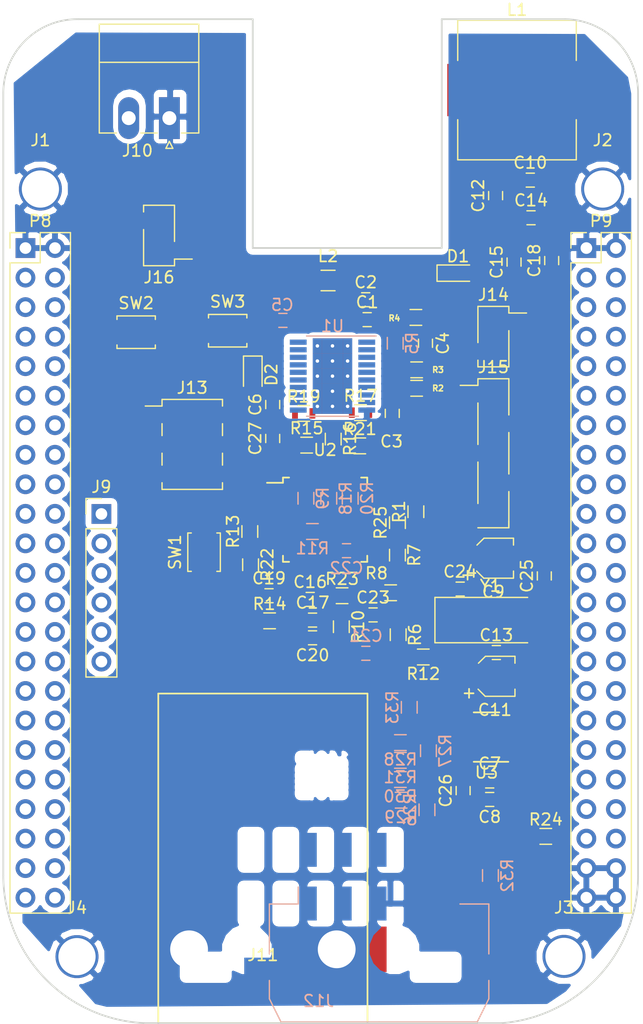
<source format=kicad_pcb>
(kicad_pcb (version 4) (host pcbnew 4.0.7)
  (layers (0 F.Cu signal) (31 B.Cu signal hide) (34 B.Paste user) (35 F.Paste user) (36 B.SilkS user) (37 F.SilkS user) (38 B.Mask user) (39 F.Mask user) (44 Edge.Cuts user))
  (net 0 "")
  (net 1 3V3D)
  (net 2 VDD_3V3)
  (net 3 DGND)
  (net 4 RX+)
  (net 5 RX-)
  (net 6 "Net-(C16-Pad1)")
  (net 7 "Net-(C17-Pad1)")
  (net 8 "Net-(D1-Pad1)")
  (net 9 VDD_5V)
  (net 10 I2C1_SCL/UART1_TXD)
  (net 11 I2C1_SDA/UART1_RXD)
  (net 12 EHRPWM2B)
  (net 13 EHRPWM2A)
  (net 14 SYS_5V)
  (net 15 PWR_BUT)
  (net 16 SYS_RESETn)
  (net 17 SPI1_CS0)
  (net 18 SPI1_D0)
  (net 19 SPI1_DI)
  (net 20 SPI1_SCLK)
  (net 21 W5500_INT)
  (net 22 TX+)
  (net 23 TX-)
  (net 24 ACT_LED)
  (net 25 LINK_LED)
  (net 26 "Net-(R14-Pad2)")
  (net 27 "Net-(R15-Pad2)")
  (net 28 "Net-(R16-Pad2)")
  (net 29 "Net-(R17-Pad2)")
  (net 30 W5500_RST)
  (net 31 "Net-(C1-Pad1)")
  (net 32 "Net-(C2-Pad1)")
  (net 33 "Net-(C3-Pad1)")
  (net 34 "Net-(C4-Pad1)")
  (net 35 "Net-(C4-Pad2)")
  (net 36 "Net-(C5-Pad1)")
  (net 37 "Net-(C5-Pad2)")
  (net 38 "Net-(C6-Pad1)")
  (net 39 "Net-(C7-Pad2)")
  (net 40 "Net-(C11-Pad2)")
  (net 41 "Net-(C20-Pad1)")
  (net 42 "Net-(C21-Pad1)")
  (net 43 "Net-(C22-Pad1)")
  (net 44 "Net-(C23-Pad1)")
  (net 45 "Net-(C24-Pad1)")
  (net 46 "Net-(C25-Pad1)")
  (net 47 "Net-(D2-Pad2)")
  (net 48 "Net-(J11-PadYK)")
  (net 49 "Net-(J11-PadGK)")
  (net 50 RS485_TX-)
  (net 51 RS485_TX+)
  (net 52 RS485_RX+)
  (net 53 RS485_RX-)
  (net 54 "Net-(R2-Pad2)")
  (net 55 "Net-(R3-Pad1)")
  (net 56 "Net-(R13-Pad1)")
  (net 57 "Net-(R18-Pad2)")
  (net 58 "Net-(R19-Pad2)")
  (net 59 "Net-(R20-Pad2)")
  (net 60 "Net-(R21-Pad2)")
  (net 61 "Net-(R23-Pad2)")
  (net 62 RS485_BBB_RE)
  (net 63 RS485_BBB_DE)
  (net 64 "Net-(R28-Pad1)")
  (net 65 "Net-(R29-Pad1)")
  (net 66 "Net-(R30-Pad1)")
  (net 67 "Net-(R31-Pad1)")
  (net 68 "Net-(J9-Pad2)")
  (net 69 "Net-(J9-Pad3)")
  (net 70 UART0_RXD)
  (net 71 UART0_TXD)
  (net 72 "Net-(J9-Pad6)")
  (net 73 "Net-(J11-Pad8)")
  (net 74 "Net-(J12-Pad6)")
  (net 75 "Net-(J12-Pad7)")
  (net 76 "Net-(J12-Pad8)")
  (net 77 "Net-(J12-Pad9)")
  (net 78 UART4_RXD)
  (net 79 GPIO_60)
  (net 80 UART4_TXD)
  (net 81 EHRPWM1A)
  (net 82 GPIO_48)
  (net 83 EHRPWM1B)
  (net 84 I2C1_SCL/SPI0_CS0)
  (net 85 I2C1_SDA/SPI0_DI)
  (net 86 I2C2_SCL/SPI1_CS1/UART1_RTSn)
  (net 87 I2C2_SDA/SPI1_CS0/UART1_CTSn)
  (net 88 I2C2_SCL/SPI0_DO/UART2_TXD)
  (net 89 I2C2_SDA/SPIO_SCLK/UART2_RXD)
  (net 90 GPIO49)
  (net 91 GPIO_117)
  (net 92 GPIO_115)
  (net 93 VDD_ADC)
  (net 94 AIN4)
  (net 95 GNDA_ADC)
  (net 96 AIN6)
  (net 97 AIN5)
  (net 98 AIN2)
  (net 99 AIN3)
  (net 100 AIN0)
  (net 101 AIN1)
  (net 102 SPI1_CS1/UART3_TXD)
  (net 103 GPIO_38)
  (net 104 GPIO_39)
  (net 105 GPIO_34)
  (net 106 GPIO_35)
  (net 107 TIMER4)
  (net 108 TIMER7)
  (net 109 TIMER5)
  (net 110 TIMER6)
  (net 111 PRU0_15OUT)
  (net 112 PRU0_14OUT)
  (net 113 GPIO_26)
  (net 114 GPIO_47)
  (net 115 GPIO_46)
  (net 116 GPIO_27)
  (net 117 GPIO_65)
  (net 118 PRU1_13)
  (net 119 PRU1_12)
  (net 120 GPIO_37)
  (net 121 GPIO_36)
  (net 122 GPIO_33)
  (net 123 GPIO_32)
  (net 124 GPIO_61)
  (net 125 PRU1_8)
  (net 126 PRU1_10)
  (net 127 PRU1_9)
  (net 128 PRU1_11)
  (net 129 UART5_CTSn+)
  (net 130 UART5_RTSn)
  (net 131 UART4_RTSn)
  (net 132 UART3_RTSn)
  (net 133 UART4_CTSn)
  (net 134 UART3_CTSn)
  (net 135 UART5_TXD+)
  (net 136 UART5_RXD+)
  (net 137 PRU1_6)
  (net 138 PRU1_7)
  (net 139 PRU1_4)
  (net 140 PRU1_5)
  (net 141 PRU1_2)
  (net 142 PRU1_3)
  (net 143 "Net-(U1-Pad2)")
  (net 144 "Net-(U1-Pad5)")
  (net 145 "Net-(U2-Pad7)")
  (net 146 "Net-(U2-Pad12)")
  (net 147 "Net-(U2-Pad13)")
  (net 148 "Net-(U2-Pad18)")
  (net 149 "Net-(U2-Pad24)")
  (net 150 "Net-(U2-Pad26)")
  (net 151 "Net-(U2-Pad46)")
  (net 152 "Net-(U2-Pad47)")
  (net 153 "Net-(U3-Pad7)")
  (net 154 "Net-(U3-Pad13)")
  (net 155 "Net-(J9-Pad1)")
  (module Connectors_Molex:Molex_MicroFit_3.0-43045-1010_10x3.00mm_Angled (layer B.Cu) (at 143 121.2991)
    (fp_text reference J12 (at -5.207 10.692) (layer B.SilkS) (effects (justify mirror)))
    (fp_text value DB9_Female)
    (pad "" smd rect (at -9.89 7.79) (size 3.43 1.65) (layers B.Cu B.Paste B.Mask))
    (pad "" smd rect (at 9.89 7.79) (size 3.43 1.65) (layers B.Cu B.Paste B.Mask))
    (pad 1 smd rect (at -6 2.31) (size 1.27 2.92) (layers B.Cu B.Paste B.Mask) (net 50 RS485_TX-))
    (pad 2 smd rect (at -3 2.31) (size 1.27 2.92) (layers B.Cu B.Paste B.Mask) (net 51 RS485_TX+))
    (pad 3 smd rect (at 0 2.31) (size 1.27 2.92) (layers B.Cu B.Paste B.Mask) (net 52 RS485_RX+))
    (pad 4 smd rect (at 3 2.31) (size 1.27 2.92) (layers B.Cu B.Paste B.Mask) (net 53 RS485_RX-))
    (pad 5 smd rect (at 6 2.31) (size 1.27 2.92) (layers B.Cu B.Paste B.Mask) (net 3 DGND))
    (pad 10 smd rect (at -6 -2.31) (size 1.27 2.92) (layers B.Cu B.Paste B.Mask))
    (pad 9 smd rect (at -3 -2.31) (size 1.27 2.92) (layers B.Cu B.Paste B.Mask) (net 77 "Net-(J12-Pad9)"))
    (pad 8 smd rect (at 0 -2.31) (size 1.27 2.92) (layers B.Cu B.Paste B.Mask) (net 76 "Net-(J12-Pad8)"))
    (pad 7 smd rect (at 3 -2.31) (size 1.27 2.92) (layers B.Cu B.Paste B.Mask) (net 75 "Net-(J12-Pad7)"))
    (pad 6 smd rect (at 6 -2.31) (size 1.27 2.92) (layers B.Cu B.Paste B.Mask) (net 74 "Net-(J12-Pad6)"))
  )
  (module RJ45:RJ45_Surface_Mount (layer F.Cu) (at 133 127.5461)
    (fp_text reference J11 (at 0 0.5) (layer F.SilkS))
    (fp_text value RJ45-TRANSFO)
    (pad GND smd rect (at -9.398 0) (size 2.49 3.91) (layers F.Cu F.Paste F.Mask))
    (pad GND smd rect (at 9.398 0) (size 2.49 3.91) (layers F.Cu F.Paste F.Mask))
    (pad 12 smd rect (at -6.58 -21.825) (size 0.81 4.6) (layers F.Cu F.Paste F.Mask))
    (pad 11 smd rect (at -4.75 -21.825) (size 0.81 4.6) (layers F.Cu F.Paste F.Mask))
    (pad 10 smd rect (at -3.555 -21.825) (size 0.61 4.6) (layers F.Cu F.Paste F.Mask))
    (pad 9 smd rect (at -2.55 -21.825) (size 0.61 4.6) (layers F.Cu F.Paste F.Mask))
    (pad 8 smd rect (at -1.53 -21.825) (size 0.61 4.6) (layers F.Cu F.Paste F.Mask) (net 73 "Net-(J11-Pad8)"))
    (pad 7 smd rect (at -0.51 -21.825) (size 0.61 4.6) (layers F.Cu F.Paste F.Mask))
    (pad 6 smd rect (at 0.51 -21.825) (size 0.61 4.6) (layers F.Cu F.Paste F.Mask) (net 7 "Net-(C17-Pad1)"))
    (pad 5 smd rect (at 1.53 -21.825) (size 0.61 4.6) (layers F.Cu F.Paste F.Mask) (net 41 "Net-(C20-Pad1)"))
    (pad 4 smd rect (at 2.55 -21.825) (size 0.61 4.6) (layers F.Cu F.Paste F.Mask) (net 6 "Net-(C16-Pad1)"))
    (pad 3 smd rect (at 3.555 -21.825) (size 0.61 4.6) (layers F.Cu F.Paste F.Mask) (net 23 TX-))
    (pad 2 smd rect (at 4.75 -21.825) (size 0.81 4.6) (layers F.Cu F.Paste F.Mask) (net 42 "Net-(C21-Pad1)"))
    (pad 1 smd rect (at 6.58 -21.825) (size 0.81 4.6) (layers F.Cu F.Paste F.Mask) (net 22 TX+))
    (pad "" np_thru_hole circle (at -6.35 0) (size 3.25 3.25) (drill 3.25) (layers *.Cu *.Mask))
    (pad "" np_thru_hole circle (at 6.35 0) (size 3.25 3.25) (drill 3.25) (layers *.Cu *.Mask))
  )
  (module Capacitors_SMD:C_0603 (layer F.Cu) (at 141.9733 73.3806)
    (fp_text reference C1 (at 0 -1.5) (layer F.SilkS))
    (fp_text value 1.00uF)
    (pad 2 smd rect (at 0.75 0) (size 0.8 0.75) (layers F.Cu F.Paste F.Mask) (net 3 DGND))
    (pad 1 smd rect (at -0.75 0) (size 0.8 0.75) (layers F.Cu F.Paste F.Mask) (net 31 "Net-(C1-Pad1)"))
  )
  (module Capacitors_SMD:C_0603 (layer F.Cu) (at 141.8463 71.6661)
    (fp_text reference C2 (at 0 -1.5) (layer F.SilkS))
    (fp_text value 0.1uF)
    (pad 2 smd rect (at 0.75 0) (size 0.8 0.75) (layers F.Cu F.Paste F.Mask) (net 3 DGND))
    (pad 1 smd rect (at -0.75 0) (size 0.8 0.75) (layers F.Cu F.Paste F.Mask) (net 32 "Net-(C2-Pad1)"))
  )
  (module Capacitors_SMD:C_0603 (layer F.Cu) (at 144.1323 81.4451 270)
    (fp_text reference C3 (at 2.413 0.0635 360) (layer F.SilkS))
    (fp_text value 270pF)
    (pad 2 smd rect (at 0.75 0 270) (size 0.8 0.75) (layers F.Cu F.Paste F.Mask) (net 3 DGND))
    (pad 1 smd rect (at -0.75 0 270) (size 0.8 0.75) (layers F.Cu F.Paste F.Mask) (net 33 "Net-(C3-Pad1)"))
  )
  (module Capacitors_SMD:C_0603 (layer F.Cu) (at 146.9898 75.4126 270)
    (fp_text reference C4 (at 0 -1.5 270) (layer F.SilkS))
    (fp_text value 1.80nF)
    (pad 2 smd rect (at 0.75 0 270) (size 0.8 0.75) (layers F.Cu F.Paste F.Mask) (net 35 "Net-(C4-Pad2)"))
    (pad 1 smd rect (at -0.75 0 270) (size 0.8 0.75) (layers F.Cu F.Paste F.Mask) (net 34 "Net-(C4-Pad1)"))
  )
  (module Capacitors_SMD:C_0603 (layer B.Cu) (at 134.7223 73.4441)
    (fp_text reference C5 (at -0.0515 -1.3335) (layer B.SilkS) (effects (justify mirror)))
    (fp_text value 22nF)
    (pad 2 smd rect (at 0.75 0) (size 0.8 0.75) (layers B.Cu B.Paste B.Mask) (net 37 "Net-(C5-Pad2)"))
    (pad 1 smd rect (at -0.75 0) (size 0.8 0.75) (layers B.Cu B.Paste B.Mask) (net 36 "Net-(C5-Pad1)"))
  )
  (module Capacitors_SMD:C_0603 (layer F.Cu) (at 133.8453 80.6831 90)
    (fp_text reference C6 (at 0 -1.5 90) (layer F.SilkS))
    (fp_text value 8.2nF)
    (pad 2 smd rect (at 0.75 0 90) (size 0.8 0.75) (layers F.Cu F.Paste F.Mask) (net 3 DGND))
    (pad 1 smd rect (at -0.75 0 90) (size 0.8 0.75) (layers F.Cu F.Paste F.Mask) (net 38 "Net-(C6-Pad1)"))
  )
  (module Capacitors_SMD:C_0603 (layer F.Cu) (at 152.5143 113.0681)
    (fp_text reference C7 (at 0 -1.5) (layer F.SilkS))
    (fp_text value 47uF)
    (pad 2 smd rect (at 0.75 0) (size 0.8 0.75) (layers F.Cu F.Paste F.Mask) (net 39 "Net-(C7-Pad2)"))
    (pad 1 smd rect (at -0.75 0) (size 0.8 0.75) (layers F.Cu F.Paste F.Mask) (net 9 VDD_5V))
  )
  (module Capacitors_SMD:C_0603 (layer F.Cu) (at 152.5143 114.6556 180)
    (fp_text reference C8 (at 0 -1.5 180) (layer F.SilkS))
    (fp_text value 47uF)
    (pad 2 smd rect (at 0.75 0 180) (size 0.8 0.75) (layers F.Cu F.Paste F.Mask) (net 3 DGND))
    (pad 1 smd rect (at -0.75 0 180) (size 0.8 0.75) (layers F.Cu F.Paste F.Mask) (net 39 "Net-(C7-Pad2)"))
  )
  (module Capacitors_SMD:CP_Elec_3x5.3 (layer F.Cu) (at 152.8318 93.8911)
    (fp_text reference C9 (at 0 2.9) (layer F.SilkS))
    (fp_text value 10uF)
    (fp_text user + (at -2.22 1.4) (layer F.SilkS))
    (pad 2 smd rect (at 1.5 0) (size 2.2 1.6) (layers F.Cu F.Paste F.Mask) (net 3 DGND))
    (pad 1 smd rect (at -1.5 0) (size 2.2 1.6) (layers F.Cu F.Paste F.Mask) (net 2 VDD_3V3))
  )
  (module Capacitors_SMD:C_0603 (layer F.Cu) (at 156.0068 61.3791)
    (fp_text reference C10 (at 0 -1.5) (layer F.SilkS))
    (fp_text value 0.1uF)
    (pad 2 smd rect (at 0.75 0) (size 0.8 0.75) (layers F.Cu F.Paste F.Mask) (net 3 DGND))
    (pad 1 smd rect (at -0.75 0) (size 0.8 0.75) (layers F.Cu F.Paste F.Mask) (net 2 VDD_3V3))
  )
  (module Capacitors_SMD:CP_Elec_3x5.3 (layer F.Cu) (at 152.9588 104.0511)
    (fp_text reference C11 (at 0 2.9) (layer F.SilkS))
    (fp_text value 10uF)
    (fp_text user + (at -2.22 1.4) (layer F.SilkS))
    (pad 2 smd rect (at 1.5 0) (size 2.2 1.6) (layers F.Cu F.Paste F.Mask) (net 40 "Net-(C11-Pad2)"))
    (pad 1 smd rect (at -1.5 0) (size 2.2 1.6) (layers F.Cu F.Paste F.Mask) (net 1 3V3D))
  )
  (module Capacitors_SMD:C_0603 (layer F.Cu) (at 153.0223 62.7126 90)
    (fp_text reference C12 (at 0 -1.5 90) (layer F.SilkS))
    (fp_text value 0.1uF)
    (pad 2 smd rect (at 0.75 0 90) (size 0.8 0.75) (layers F.Cu F.Paste F.Mask) (net 3 DGND))
    (pad 1 smd rect (at -0.75 0 90) (size 0.8 0.75) (layers F.Cu F.Paste F.Mask) (net 2 VDD_3V3))
  )
  (module Capacitors_SMD:C_0603 (layer F.Cu) (at 153.0858 102.0191)
    (fp_text reference C13 (at 0 -1.5) (layer F.SilkS))
    (fp_text value 0.1uF)
    (pad 2 smd rect (at 0.75 0) (size 0.8 0.75) (layers F.Cu F.Paste F.Mask) (net 40 "Net-(C11-Pad2)"))
    (pad 1 smd rect (at -0.75 0) (size 0.8 0.75) (layers F.Cu F.Paste F.Mask) (net 1 3V3D))
  )
  (module Capacitors_SMD:C_0603 (layer F.Cu) (at 156.0703 64.6176)
    (fp_text reference C14 (at 0 -1.5) (layer F.SilkS))
    (fp_text value 0.1uF)
    (pad 2 smd rect (at 0.75 0) (size 0.8 0.75) (layers F.Cu F.Paste F.Mask) (net 3 DGND))
    (pad 1 smd rect (at -0.75 0) (size 0.8 0.75) (layers F.Cu F.Paste F.Mask) (net 2 VDD_3V3))
  )
  (module Capacitors_SMD:C_0603 (layer F.Cu) (at 154.6098 68.4276 90)
    (fp_text reference C15 (at 0 -1.5 90) (layer F.SilkS))
    (fp_text value 0.1uF)
    (pad 2 smd rect (at 0.75 0 90) (size 0.8 0.75) (layers F.Cu F.Paste F.Mask) (net 3 DGND))
    (pad 1 smd rect (at -0.75 0 90) (size 0.8 0.75) (layers F.Cu F.Paste F.Mask) (net 2 VDD_3V3))
  )
  (module Capacitors_SMD:C_0603 (layer F.Cu) (at 137.0718 97.4471)
    (fp_text reference C16 (at 0 -1.5) (layer F.SilkS))
    (fp_text value 6.8nF)
    (pad 2 smd rect (at 0.75 0) (size 0.8 0.75) (layers F.Cu F.Paste F.Mask) (net 4 RX+))
    (pad 1 smd rect (at -0.75 0) (size 0.8 0.75) (layers F.Cu F.Paste F.Mask) (net 6 "Net-(C16-Pad1)"))
  )
  (module Capacitors_SMD:C_0603 (layer F.Cu) (at 137.2743 99.2251)
    (fp_text reference C17 (at 0 -1.5) (layer F.SilkS))
    (fp_text value 6.8nF)
    (pad 2 smd rect (at 0.75 0) (size 0.8 0.75) (layers F.Cu F.Paste F.Mask) (net 5 RX-))
    (pad 1 smd rect (at -0.75 0) (size 0.8 0.75) (layers F.Cu F.Paste F.Mask) (net 7 "Net-(C17-Pad1)"))
  )
  (module Capacitors_SMD:C_0603 (layer F.Cu) (at 157.8483 68.3006 90)
    (fp_text reference C18 (at 0 -1.5 90) (layer F.SilkS))
    (fp_text value 0.1uF)
    (pad 2 smd rect (at 0.75 0 90) (size 0.8 0.75) (layers F.Cu F.Paste F.Mask) (net 3 DGND))
    (pad 1 smd rect (at -0.75 0 90) (size 0.8 0.75) (layers F.Cu F.Paste F.Mask) (net 2 VDD_3V3))
  )
  (module Capacitors_SMD:C_0603 (layer F.Cu) (at 133.5278 97.1296)
    (fp_text reference C19 (at 0 -1.5) (layer F.SilkS))
    (fp_text value 0.1uF)
    (pad 2 smd rect (at 0.75 0) (size 0.8 0.75) (layers F.Cu F.Paste F.Mask) (net 3 DGND))
    (pad 1 smd rect (at -0.75 0) (size 0.8 0.75) (layers F.Cu F.Paste F.Mask) (net 2 VDD_3V3))
  )
  (module Capacitors_SMD:C_0603 (layer F.Cu) (at 137.2743 100.7491 180)
    (fp_text reference C20 (at 0 -1.5 180) (layer F.SilkS))
    (fp_text value 10nF)
    (pad 2 smd rect (at 0.75 0 180) (size 0.8 0.75) (layers F.Cu F.Paste F.Mask) (net 3 DGND))
    (pad 1 smd rect (at -0.75 0 180) (size 0.8 0.75) (layers F.Cu F.Paste F.Mask) (net 41 "Net-(C20-Pad1)"))
  )
  (module Capacitors_SMD:C_0603 (layer B.Cu) (at 141.8583 102.0826 180)
    (fp_text reference C21 (at 0 1.5 180) (layer B.SilkS) (effects (justify mirror)))
    (fp_text value 22nF)
    (pad 2 smd rect (at 0.75 0 180) (size 0.8 0.75) (layers B.Cu B.Paste B.Mask) (net 3 DGND))
    (pad 1 smd rect (at -0.75 0 180) (size 0.8 0.75) (layers B.Cu B.Paste B.Mask) (net 42 "Net-(C21-Pad1)"))
  )
  (module Capacitors_SMD:C_0603 (layer B.Cu) (at 140.1953 93.2561)
    (fp_text reference C22 (at 0 1.5) (layer B.SilkS) (effects (justify mirror)))
    (fp_text value 4.7uF)
    (pad 2 smd rect (at 0.75 0) (size 0.8 0.75) (layers B.Cu B.Paste B.Mask) (net 3 DGND))
    (pad 1 smd rect (at -0.75 0) (size 0.8 0.75) (layers B.Cu B.Paste B.Mask) (net 43 "Net-(C22-Pad1)"))
  )
  (module Capacitors_SMD:C_0603 (layer F.Cu) (at 142.4813 98.7806)
    (fp_text reference C23 (at 0 -1.5) (layer F.SilkS))
    (fp_text value 10nF)
    (pad 2 smd rect (at 0.75 0) (size 0.8 0.75) (layers F.Cu F.Paste F.Mask) (net 3 DGND))
    (pad 1 smd rect (at -0.75 0) (size 0.8 0.75) (layers F.Cu F.Paste F.Mask) (net 44 "Net-(C23-Pad1)"))
  )
  (module Capacitors_SMD:C_0603 (layer F.Cu) (at 149.9743 96.5581)
    (fp_text reference C24 (at 0 -1.5) (layer F.SilkS))
    (fp_text value 18pF)
    (pad 2 smd rect (at 0.75 0) (size 0.8 0.75) (layers F.Cu F.Paste F.Mask) (net 3 DGND))
    (pad 1 smd rect (at -0.75 0) (size 0.8 0.75) (layers F.Cu F.Paste F.Mask) (net 45 "Net-(C24-Pad1)"))
  )
  (module Capacitors_SMD:C_0603 (layer F.Cu) (at 157.2133 95.4271 90)
    (fp_text reference C25 (at 0 -1.5 90) (layer F.SilkS))
    (fp_text value 18pF)
    (pad 2 smd rect (at 0.75 0 90) (size 0.8 0.75) (layers F.Cu F.Paste F.Mask) (net 3 DGND))
    (pad 1 smd rect (at -0.75 0 90) (size 0.8 0.75) (layers F.Cu F.Paste F.Mask) (net 46 "Net-(C25-Pad1)"))
  )
  (module Capacitors_SMD:C_0603 (layer F.Cu) (at 150.2283 113.8936 90)
    (fp_text reference C26 (at 0 -1.5 90) (layer F.SilkS))
    (fp_text value 0.1uF)
    (pad 2 smd rect (at 0.75 0 90) (size 0.8 0.75) (layers F.Cu F.Paste F.Mask) (net 9 VDD_5V))
    (pad 1 smd rect (at -0.75 0 90) (size 0.8 0.75) (layers F.Cu F.Paste F.Mask) (net 3 DGND))
  )
  (module Capacitors_SMD:C_0603 (layer F.Cu) (at 133.8453 83.6041 90)
    (fp_text reference C27 (at 0 -1.5 90) (layer F.SilkS))
    (fp_text value 0.1uF)
    (pad 2 smd rect (at 0.75 0 90) (size 0.8 0.75) (layers F.Cu F.Paste F.Mask) (net 9 VDD_5V))
    (pad 1 smd rect (at -0.75 0 90) (size 0.8 0.75) (layers F.Cu F.Paste F.Mask) (net 3 DGND))
  )
  (module LEDs:LED_0805 (layer F.Cu) (at 149.7838 69.3801)
    (fp_text reference D1 (at 0 -1.45) (layer F.SilkS))
    (fp_text value LED)
    (pad 2 smd rect (at 1.1 0 180) (size 1.2 1.2) (layers F.Cu F.Paste F.Mask) (net 2 VDD_3V3))
    (pad 1 smd rect (at -1.1 0 180) (size 1.2 1.2) (layers F.Cu F.Paste F.Mask) (net 8 "Net-(D1-Pad1)"))
  )
  (module Diodes_SMD:D_0805 (layer F.Cu) (at 132.1308 78.1136 270)
    (fp_text reference D2 (at 0 -1.6 270) (layer F.SilkS))
    (fp_text value "0.455V 20.0A")
    (pad 1 smd rect (at -1.05 0 270) (size 0.8 0.9) (layers F.Cu F.Paste F.Mask) (net 36 "Net-(C5-Pad1)"))
    (pad 2 smd rect (at 1.05 0 270) (size 0.8 0.9) (layers F.Cu F.Paste F.Mask) (net 47 "Net-(D2-Pad2)"))
  )
  (module Mounting_Holes:MountingHole_3.2mm_M3_Pad (layer F.Cu) (at 113.8578 62.1461)
    (fp_text reference J1 (at 0 -4.2) (layer F.SilkS))
    (fp_text value MOUNTING_HOLE)
    (pad 1 thru_hole circle (at 0 0) (size 3.7 3.7) (drill 3.2) (layers *.Cu *.Mask) (net 3 DGND))
  )
  (module Mounting_Holes:MountingHole_3.2mm_M3_Pad (layer F.Cu) (at 162.2378 62.1461)
    (fp_text reference J2 (at 0 -4.2) (layer F.SilkS))
    (fp_text value MOUNTING_HOLE)
    (pad 1 thru_hole circle (at 0 0) (size 3.7 3.7) (drill 3.2) (layers *.Cu *.Mask) (net 3 DGND))
  )
  (module Mounting_Holes:MountingHole_3.2mm_M3_Pad (layer F.Cu) (at 158.9078 128.1561)
    (fp_text reference J3 (at 0 -4.2) (layer F.SilkS))
    (fp_text value MOUNTING_HOLE)
    (pad 1 thru_hole circle (at 0 0) (size 3.7 3.7) (drill 3.2) (layers *.Cu *.Mask) (net 3 DGND))
  )
  (module Mounting_Holes:MountingHole_3.2mm_M3_Pad (layer F.Cu) (at 117.0078 128.1761)
    (fp_text reference J4 (at 0 -4.2) (layer F.SilkS))
    (fp_text value MOUNTING_HOLE)
    (pad 1 thru_hole circle (at 0 0) (size 3.7 3.7) (drill 3.2) (layers *.Cu *.Mask) (net 3 DGND))
  )
  (module Pin_Headers:Pin_Header_Straight_1x06_Pitch2.54mm (layer F.Cu) (at 119.1078 90.0961)
    (fp_text reference J9 (at 0 -2.33) (layer F.SilkS))
    (fp_text value "01x06_Stackable Header")
    (pad 1 thru_hole rect (at 0 0) (size 1.7 1.7) (drill 1) (layers *.Cu *.Mask) (net 155 "Net-(J9-Pad1)"))
    (pad 2 thru_hole oval (at 0 2.54) (size 1.7 1.7) (drill 1) (layers *.Cu *.Mask) (net 68 "Net-(J9-Pad2)"))
    (pad 3 thru_hole oval (at 0 5.08) (size 1.7 1.7) (drill 1) (layers *.Cu *.Mask) (net 69 "Net-(J9-Pad3)"))
    (pad 4 thru_hole oval (at 0 7.62) (size 1.7 1.7) (drill 1) (layers *.Cu *.Mask) (net 70 UART0_RXD))
    (pad 5 thru_hole oval (at 0 10.16) (size 1.7 1.7) (drill 1) (layers *.Cu *.Mask) (net 71 UART0_TXD))
    (pad 6 thru_hole oval (at 0 12.7) (size 1.7 1.7) (drill 1) (layers *.Cu *.Mask) (net 72 "Net-(J9-Pad6)"))
  )
  (module Connectors_Phoenix:PhoenixContact_MC-G_02x3.50mm_Angled (layer F.Cu) (at 124.9553 56.0451 180)
    (fp_text reference J10 (at 2.75 -2.8 180) (layer F.SilkS))
    (fp_text value Conn_01x02)
    (pad 1 thru_hole rect (at 0 0 180) (size 1.8 3.6) (drill 1.2) (layers *.Cu *.Mask) (net 3 DGND))
    (pad 2 thru_hole oval (at 3.5 0 180) (size 1.8 3.6) (drill 1.2) (layers *.Cu *.Mask) (net 31 "Net-(C1-Pad1)"))
  )
  (module Inductors_SMD:L_Wuerth_HCM-1240 (layer F.Cu) (at 154.8638 53.6321)
    (fp_text reference L1 (at 0 -6.9) (layer F.SilkS))
    (fp_text value 27.0uH)
    (pad 1 smd rect (at -4.7 0) (size 2.6 4.5) (layers F.Cu F.Paste F.Mask) (net 36 "Net-(C5-Pad1)"))
    (pad 2 smd rect (at 4.7 0) (size 2.6 4.5) (layers F.Cu F.Paste F.Mask) (net 9 VDD_5V))
  )
  (module Inductors_SMD:L_0805_HandSoldering (layer F.Cu) (at 138.6078 70.0151)
    (fp_text reference L2 (at 0 -2.1) (layer F.SilkS))
    (fp_text value BLM21PG121SN1D)
    (pad 1 smd rect (at -1.35 0) (size 1.5 1.3) (layers F.Cu F.Paste F.Mask) (net 2 VDD_3V3))
    (pad 2 smd rect (at 1.35 0) (size 1.5 1.3) (layers F.Cu F.Paste F.Mask) (net 1 3V3D))
  )
  (module Resistors_SMD:R_0603 (layer F.Cu) (at 146.1643 89.9026 90)
    (fp_text reference R1 (at 0 -1.45 90) (layer F.SilkS))
    (fp_text value 330)
    (pad 1 smd rect (at -0.75 0 90) (size 0.5 0.9) (layers F.Cu F.Paste F.Mask) (net 8 "Net-(D1-Pad1)"))
    (pad 2 smd rect (at 0.75 0 90) (size 0.5 0.9) (layers F.Cu F.Paste F.Mask) (net 3 DGND))
  )
  (module Resistors_SMD:R_0603 (layer F.Cu) (at 146.2278 79.2861 180)
    (fp_text reference R2 (at -1.8415 0 360) (layer F.SilkS) (effects (font (size 0.5 0.5) (thickness 0.125))))
    (fp_text value 16.2k)
    (pad 1 smd rect (at -0.75 0 180) (size 0.5 0.9) (layers F.Cu F.Paste F.Mask) (net 3 DGND))
    (pad 2 smd rect (at 0.75 0 180) (size 0.5 0.9) (layers F.Cu F.Paste F.Mask) (net 54 "Net-(R2-Pad2)"))
  )
  (module Resistors_SMD:R_0603 (layer F.Cu) (at 146.2278 77.6986)
    (fp_text reference R3 (at 1.8415 0) (layer F.SilkS) (effects (font (size 0.5 0.5) (thickness 0.125))))
    (fp_text value 22.1k)
    (pad 1 smd rect (at -0.75 0) (size 0.5 0.9) (layers F.Cu F.Paste F.Mask) (net 55 "Net-(R3-Pad1)"))
    (pad 2 smd rect (at 0.75 0) (size 0.5 0.9) (layers F.Cu F.Paste F.Mask) (net 35 "Net-(C4-Pad2)"))
  )
  (module Resistors_SMD:R_0603 (layer F.Cu) (at 146.1643 73.1901 180)
    (fp_text reference R4 (at 1.8535 -0.0635 180) (layer F.SilkS) (effects (font (size 0.5 0.5) (thickness 0.125))))
    (fp_text value 3.09k)
    (pad 1 smd rect (at -0.75 0 180) (size 0.5 0.9) (layers F.Cu F.Paste F.Mask) (net 34 "Net-(C4-Pad1)"))
    (pad 2 smd rect (at 0.75 0 180) (size 0.5 0.9) (layers F.Cu F.Paste F.Mask) (net 9 VDD_5V))
  )
  (module Resistors_SMD:R_0603 (layer B.Cu) (at 144.3863 75.4126 90)
    (fp_text reference R5 (at 0 1.45 90) (layer B.SilkS) (effects (justify mirror)))
    (fp_text value 1.02k)
    (pad 1 smd rect (at -0.75 0 90) (size 0.5 0.9) (layers B.Cu B.Paste B.Mask) (net 3 DGND))
    (pad 2 smd rect (at 0.75 0 90) (size 0.5 0.9) (layers B.Cu B.Paste B.Mask) (net 34 "Net-(C4-Pad1)"))
  )
  (module Resistors_SMD:R_0603 (layer F.Cu) (at 144.6403 100.4831 270)
    (fp_text reference R6 (at 0 -1.45 270) (layer F.SilkS))
    (fp_text value 49.9)
    (pad 1 smd rect (at -0.75 0 270) (size 0.5 0.9) (layers F.Cu F.Paste F.Mask) (net 2 VDD_3V3))
    (pad 2 smd rect (at 0.75 0 270) (size 0.5 0.9) (layers F.Cu F.Paste F.Mask) (net 22 TX+))
  )
  (module Resistors_SMD:R_0603 (layer F.Cu) (at 144.5768 93.6371 270)
    (fp_text reference R7 (at 0 -1.45 270) (layer F.SilkS))
    (fp_text value 330)
    (pad 1 smd rect (at -0.75 0 270) (size 0.5 0.9) (layers F.Cu F.Paste F.Mask) (net 24 ACT_LED))
    (pad 2 smd rect (at 0.75 0 270) (size 0.5 0.9) (layers F.Cu F.Paste F.Mask) (net 49 "Net-(J11-PadGK)"))
  )
  (module Resistors_SMD:R_0603 (layer F.Cu) (at 143.9933 96.8756)
    (fp_text reference R8 (at -1.2192 -1.6764) (layer F.SilkS))
    (fp_text value 330)
    (pad 1 smd rect (at -0.75 0) (size 0.5 0.9) (layers F.Cu F.Paste F.Mask) (net 25 LINK_LED))
    (pad 2 smd rect (at 0.75 0) (size 0.5 0.9) (layers F.Cu F.Paste F.Mask) (net 48 "Net-(J11-PadYK)"))
  )
  (module Resistors_SMD:R_0603 (layer B.Cu) (at 136.7028 88.7476 90)
    (fp_text reference R9 (at 0 1.45 90) (layer B.SilkS) (effects (justify mirror)))
    (fp_text value 49.9)
    (pad 1 smd rect (at -0.75 0 90) (size 0.5 0.9) (layers B.Cu B.Paste B.Mask) (net 2 VDD_3V3))
    (pad 2 smd rect (at 0.75 0 90) (size 0.5 0.9) (layers B.Cu B.Paste B.Mask) (net 23 TX-))
  )
  (module Resistors_SMD:R_0603 (layer F.Cu) (at 139.7508 99.7966 270)
    (fp_text reference R10 (at 0 -1.45 270) (layer F.SilkS))
    (fp_text value 82)
    (pad 1 smd rect (at -0.75 0 270) (size 0.5 0.9) (layers F.Cu F.Paste F.Mask) (net 5 RX-))
    (pad 2 smd rect (at 0.75 0 270) (size 0.5 0.9) (layers F.Cu F.Paste F.Mask) (net 41 "Net-(C20-Pad1)"))
  )
  (module Resistors_SMD:R_0603 (layer B.Cu) (at 137.2623 91.6051)
    (fp_text reference R11 (at 0 1.45) (layer B.SilkS) (effects (justify mirror)))
    (fp_text value 82)
    (pad 1 smd rect (at -0.75 0) (size 0.5 0.9) (layers B.Cu B.Paste B.Mask) (net 4 RX+))
    (pad 2 smd rect (at 0.75 0) (size 0.5 0.9) (layers B.Cu B.Paste B.Mask) (net 41 "Net-(C20-Pad1)"))
  )
  (module Resistors_SMD:R_0603 (layer F.Cu) (at 146.7993 102.4001 180)
    (fp_text reference R12 (at 0 -1.45 180) (layer F.SilkS))
    (fp_text value 10)
    (pad 1 smd rect (at -0.75 0 180) (size 0.5 0.9) (layers F.Cu F.Paste F.Mask) (net 2 VDD_3V3))
    (pad 2 smd rect (at 0.75 0 180) (size 0.5 0.9) (layers F.Cu F.Paste F.Mask) (net 42 "Net-(C21-Pad1)"))
  )
  (module Resistors_SMD:R_0603 (layer F.Cu) (at 131.8768 91.6051 90)
    (fp_text reference R13 (at 0 -1.45 90) (layer F.SilkS))
    (fp_text value 12.4k)
    (pad 1 smd rect (at -0.75 0 90) (size 0.5 0.9) (layers F.Cu F.Paste F.Mask) (net 56 "Net-(R13-Pad1)"))
    (pad 2 smd rect (at 0.75 0 90) (size 0.5 0.9) (layers F.Cu F.Paste F.Mask) (net 3 DGND))
  )
  (module Resistors_SMD:R_0603 (layer F.Cu) (at 133.5793 99.2886)
    (fp_text reference R14 (at 0 -1.45) (layer F.SilkS))
    (fp_text value 10k)
    (pad 1 smd rect (at -0.75 0) (size 0.5 0.9) (layers F.Cu F.Paste F.Mask) (net 2 VDD_3V3))
    (pad 2 smd rect (at 0.75 0) (size 0.5 0.9) (layers F.Cu F.Paste F.Mask) (net 26 "Net-(R14-Pad2)"))
  )
  (module Resistors_SMD:R_0603 (layer F.Cu) (at 136.7663 84.1756)
    (fp_text reference R15 (at 0 -1.45) (layer F.SilkS))
    (fp_text value 10k)
    (pad 1 smd rect (at -0.75 0) (size 0.5 0.9) (layers F.Cu F.Paste F.Mask) (net 2 VDD_3V3))
    (pad 2 smd rect (at 0.75 0) (size 0.5 0.9) (layers F.Cu F.Paste F.Mask) (net 27 "Net-(R15-Pad2)"))
  )
  (module Resistors_SMD:R_0603 (layer F.Cu) (at 139.0523 83.6556 270)
    (fp_text reference R16 (at 0 -1.45 270) (layer F.SilkS))
    (fp_text value 10k)
    (pad 1 smd rect (at -0.75 0 270) (size 0.5 0.9) (layers F.Cu F.Paste F.Mask) (net 2 VDD_3V3))
    (pad 2 smd rect (at 0.75 0 270) (size 0.5 0.9) (layers F.Cu F.Paste F.Mask) (net 28 "Net-(R16-Pad2)"))
  )
  (module Resistors_SMD:R_0603 (layer F.Cu) (at 141.4018 81.3816)
    (fp_text reference R17 (at 0 -1.45) (layer F.SilkS))
    (fp_text value 10k)
    (pad 1 smd rect (at -0.75 0) (size 0.5 0.9) (layers F.Cu F.Paste F.Mask) (net 3 DGND))
    (pad 2 smd rect (at 0.75 0) (size 0.5 0.9) (layers F.Cu F.Paste F.Mask) (net 29 "Net-(R17-Pad2)"))
  )
  (module Resistors_SMD:R_0603 (layer B.Cu) (at 138.6713 88.7476 90)
    (fp_text reference R18 (at 0 1.45 90) (layer B.SilkS) (effects (justify mirror)))
    (fp_text value 10k)
    (pad 1 smd rect (at -0.75 0 90) (size 0.5 0.9) (layers B.Cu B.Paste B.Mask) (net 3 DGND))
    (pad 2 smd rect (at 0.75 0 90) (size 0.5 0.9) (layers B.Cu B.Paste B.Mask) (net 57 "Net-(R18-Pad2)"))
  )
  (module Resistors_SMD:R_0603 (layer F.Cu) (at 136.5123 81.4451)
    (fp_text reference R19 (at 0 -1.45) (layer F.SilkS))
    (fp_text value 10k)
    (pad 1 smd rect (at -0.75 0) (size 0.5 0.9) (layers F.Cu F.Paste F.Mask) (net 3 DGND))
    (pad 2 smd rect (at 0.75 0) (size 0.5 0.9) (layers F.Cu F.Paste F.Mask) (net 58 "Net-(R19-Pad2)"))
  )
  (module Resistors_SMD:R_0603 (layer B.Cu) (at 140.5128 88.7476 90)
    (fp_text reference R20 (at 0 1.45 90) (layer B.SilkS) (effects (justify mirror)))
    (fp_text value 10k)
    (pad 1 smd rect (at -0.75 0 90) (size 0.5 0.9) (layers B.Cu B.Paste B.Mask) (net 3 DGND))
    (pad 2 smd rect (at 0.75 0 90) (size 0.5 0.9) (layers B.Cu B.Paste B.Mask) (net 59 "Net-(R20-Pad2)"))
  )
  (module Resistors_SMD:R_0603 (layer F.Cu) (at 141.3383 84.2391)
    (fp_text reference R21 (at 0 -1.45) (layer F.SilkS))
    (fp_text value 10k)
    (pad 1 smd rect (at -0.75 0) (size 0.5 0.9) (layers F.Cu F.Paste F.Mask) (net 3 DGND))
    (pad 2 smd rect (at 0.75 0) (size 0.5 0.9) (layers F.Cu F.Paste F.Mask) (net 60 "Net-(R21-Pad2)"))
  )
  (module Resistors_SMD:R_0603 (layer F.Cu) (at 131.9403 94.4626 270)
    (fp_text reference R22 (at 0 -1.45 270) (layer F.SilkS))
    (fp_text value 10k)
    (pad 1 smd rect (at -0.75 0 270) (size 0.5 0.9) (layers F.Cu F.Paste F.Mask) (net 2 VDD_3V3))
    (pad 2 smd rect (at 0.75 0 270) (size 0.5 0.9) (layers F.Cu F.Paste F.Mask) (net 30 W5500_RST))
  )
  (module Resistors_SMD:R_0603 (layer F.Cu) (at 139.8143 97.1296)
    (fp_text reference R23 (at 0 -1.45) (layer F.SilkS))
    (fp_text value 10k)
    (pad 1 smd rect (at -0.75 0) (size 0.5 0.9) (layers F.Cu F.Paste F.Mask) (net 3 DGND))
    (pad 2 smd rect (at 0.75 0) (size 0.5 0.9) (layers F.Cu F.Paste F.Mask) (net 61 "Net-(R23-Pad2)"))
  )
  (module Resistors_SMD:R_0603 (layer F.Cu) (at 157.3403 117.8306)
    (fp_text reference R24 (at 0 -1.45) (layer F.SilkS))
    (fp_text value 10k)
    (pad 1 smd rect (at -0.75 0) (size 0.5 0.9) (layers F.Cu F.Paste F.Mask) (net 1 3V3D))
    (pad 2 smd rect (at 0.75 0) (size 0.5 0.9) (layers F.Cu F.Paste F.Mask) (net 21 W5500_INT))
  )
  (module Resistors_SMD:R_0603 (layer F.Cu) (at 144.5768 90.8431 90)
    (fp_text reference R25 (at 0 -1.45 90) (layer F.SilkS))
    (fp_text value 10M)
    (pad 1 smd rect (at -0.75 0 90) (size 0.5 0.9) (layers F.Cu F.Paste F.Mask) (net 45 "Net-(C24-Pad1)"))
    (pad 2 smd rect (at 0.75 0 90) (size 0.5 0.9) (layers F.Cu F.Paste F.Mask) (net 46 "Net-(C25-Pad1)"))
  )
  (module Resistors_SMD:R_0603 (layer B.Cu) (at 147.1168 115.5446 270)
    (fp_text reference R26 (at 0 1.45 270) (layer B.SilkS) (effects (justify mirror)))
    (fp_text value 20k)
    (pad 1 smd rect (at -0.75 0 270) (size 0.5 0.9) (layers B.Cu B.Paste B.Mask) (net 3 DGND))
    (pad 2 smd rect (at 0.75 0 270) (size 0.5 0.9) (layers B.Cu B.Paste B.Mask) (net 62 RS485_BBB_RE))
  )
  (module Resistors_SMD:R_0603 (layer B.Cu) (at 147.2438 110.4646 90)
    (fp_text reference R27 (at 0 1.45 90) (layer B.SilkS) (effects (justify mirror)))
    (fp_text value 20k)
    (pad 1 smd rect (at -0.75 0 90) (size 0.5 0.9) (layers B.Cu B.Paste B.Mask) (net 63 RS485_BBB_DE))
    (pad 2 smd rect (at 0.75 0 90) (size 0.5 0.9) (layers B.Cu B.Paste B.Mask) (net 9 VDD_5V))
  )
  (module Resistors_SMD:R_0603 (layer B.Cu) (at 144.8308 109.7661)
    (fp_text reference R28 (at 0 1.45) (layer B.SilkS) (effects (justify mirror)))
    (fp_text value 0)
    (pad 1 smd rect (at -0.75 0) (size 0.5 0.9) (layers B.Cu B.Paste B.Mask) (net 64 "Net-(R28-Pad1)"))
    (pad 2 smd rect (at 0.75 0) (size 0.5 0.9) (layers B.Cu B.Paste B.Mask) (net 11 I2C1_SDA/UART1_RXD))
  )
  (module Resistors_SMD:R_0603 (layer B.Cu) (at 144.8943 114.7191)
    (fp_text reference R29 (at 0 1.45) (layer B.SilkS) (effects (justify mirror)))
    (fp_text value 0)
    (pad 1 smd rect (at -0.75 0) (size 0.5 0.9) (layers B.Cu B.Paste B.Mask) (net 65 "Net-(R29-Pad1)"))
    (pad 2 smd rect (at 0.75 0) (size 0.5 0.9) (layers B.Cu B.Paste B.Mask) (net 62 RS485_BBB_RE))
  )
  (module Resistors_SMD:R_0603 (layer B.Cu) (at 144.8308 112.9411)
    (fp_text reference R30 (at 0 1.45) (layer B.SilkS) (effects (justify mirror)))
    (fp_text value 0)
    (pad 1 smd rect (at -0.75 0) (size 0.5 0.9) (layers B.Cu B.Paste B.Mask) (net 66 "Net-(R30-Pad1)"))
    (pad 2 smd rect (at 0.75 0) (size 0.5 0.9) (layers B.Cu B.Paste B.Mask) (net 10 I2C1_SCL/UART1_TXD))
  )
  (module Resistors_SMD:R_0603 (layer B.Cu) (at 144.8308 111.2901)
    (fp_text reference R31 (at 0 1.45) (layer B.SilkS) (effects (justify mirror)))
    (fp_text value 0)
    (pad 1 smd rect (at -0.75 0) (size 0.5 0.9) (layers B.Cu B.Paste B.Mask) (net 67 "Net-(R31-Pad1)"))
    (pad 2 smd rect (at 0.75 0) (size 0.5 0.9) (layers B.Cu B.Paste B.Mask) (net 63 RS485_BBB_DE))
  )
  (module Resistors_SMD:R_0603 (layer B.Cu) (at 152.5778 121.1961 90)
    (fp_text reference R32 (at 0 1.45 90) (layer B.SilkS) (effects (justify mirror)))
    (fp_text value 120)
    (pad 1 smd rect (at -0.75 0 90) (size 0.5 0.9) (layers B.Cu B.Paste B.Mask) (net 53 RS485_RX-))
    (pad 2 smd rect (at 0.75 0 90) (size 0.5 0.9) (layers B.Cu B.Paste B.Mask) (net 52 RS485_RX+))
  )
  (module Resistors_SMD:R_0603 (layer B.Cu) (at 145.5928 106.7301 270)
    (fp_text reference R33 (at 0 1.45 270) (layer B.SilkS) (effects (justify mirror)))
    (fp_text value 120)
    (pad 1 smd rect (at -0.75 0 270) (size 0.5 0.9) (layers B.Cu B.Paste B.Mask) (net 50 RS485_TX-))
    (pad 2 smd rect (at 0.75 0 270) (size 0.5 0.9) (layers B.Cu B.Paste B.Mask) (net 51 RS485_TX+))
  )
  (module Buttons_Switches_SMD:SW_SPST_B3U-1000P (layer F.Cu) (at 127.9398 93.3831 90)
    (fp_text reference SW1 (at 0 -2.5 90) (layer F.SilkS))
    (fp_text value W5500_RST)
    (pad 1 smd rect (at -1.7 0 90) (size 0.9 1.7) (layers F.Cu F.Paste F.Mask) (net 30 W5500_RST))
    (pad 2 smd rect (at 1.7 0 90) (size 0.9 1.7) (layers F.Cu F.Paste F.Mask) (net 3 DGND))
  )
  (module Buttons_Switches_SMD:SW_SPST_B3U-1000P (layer F.Cu) (at 122.0978 74.4601)
    (fp_text reference SW2 (at 0 -2.5) (layer F.SilkS))
    (fp_text value SYS_RST)
    (pad 1 smd rect (at -1.7 0) (size 0.9 1.7) (layers F.Cu F.Paste F.Mask) (net 16 SYS_RESETn))
    (pad 2 smd rect (at 1.7 0) (size 0.9 1.7) (layers F.Cu F.Paste F.Mask) (net 3 DGND))
  )
  (module Buttons_Switches_SMD:SW_SPST_B3U-1000P (layer F.Cu) (at 129.9718 74.3331)
    (fp_text reference SW3 (at 0 -2.5) (layer F.SilkS))
    (fp_text value Power)
    (pad 1 smd rect (at -1.7 0) (size 0.9 1.7) (layers F.Cu F.Paste F.Mask) (net 15 PWR_BUT))
    (pad 2 smd rect (at 1.7 0) (size 0.9 1.7) (layers F.Cu F.Paste F.Mask) (net 3 DGND))
  )
  (module Housings_SSOP:HTSSOP-20-1EP_4.4x6.5mm_Pitch0.65mm_ThermalPad (layer B.Cu) (at 138.9888 78.2401 180)
    (fp_text reference U1 (at 0 4.3 180) (layer B.SilkS) (effects (justify mirror)))
    (fp_text value LM25576MH)
    (pad 21 thru_hole rect (at 1.3 2.6 180) (size 0.8 1.3) (drill 0.3) (layers *.Cu *.Mask))
    (pad 21 thru_hole rect (at 0 -2.6 180) (size 1.8 1.3) (drill 0.3) (layers *.Cu *.Mask))
    (pad 21 thru_hole rect (at 0 -1.3 180) (size 1.8 1.3) (drill 0.3) (layers *.Cu *.Mask))
    (pad 21 thru_hole rect (at 0 2.6 180) (size 1.8 1.3) (drill 0.3) (layers *.Cu *.Mask))
    (pad 21 thru_hole rect (at 0 1.3 180) (size 1.8 1.3) (drill 0.3) (layers *.Cu *.Mask))
    (pad 1 smd rect (at -2.95 2.92 180) (size 1.45 0.45) (layers B.Cu B.Paste B.Mask) (net 32 "Net-(C2-Pad1)"))
    (pad 2 smd rect (at -2.95 2.27 180) (size 1.45 0.45) (layers B.Cu B.Paste B.Mask) (net 143 "Net-(U1-Pad2)"))
    (pad 3 smd rect (at -2.95 1.62 180) (size 1.45 0.45) (layers B.Cu B.Paste B.Mask) (net 31 "Net-(C1-Pad1)"))
    (pad 4 smd rect (at -2.95 0.97 180) (size 1.45 0.45) (layers B.Cu B.Paste B.Mask) (net 31 "Net-(C1-Pad1)"))
    (pad 5 smd rect (at -2.95 0.33 180) (size 1.45 0.45) (layers B.Cu B.Paste B.Mask) (net 144 "Net-(U1-Pad5)"))
    (pad 6 smd rect (at -2.95 -0.33 180) (size 1.45 0.45) (layers B.Cu B.Paste B.Mask) (net 55 "Net-(R3-Pad1)"))
    (pad 7 smd rect (at -2.95 -0.97 180) (size 1.45 0.45) (layers B.Cu B.Paste B.Mask) (net 34 "Net-(C4-Pad1)"))
    (pad 8 smd rect (at -2.95 -1.62 180) (size 1.45 0.45) (layers B.Cu B.Paste B.Mask) (net 54 "Net-(R2-Pad2)"))
    (pad 9 smd rect (at -2.95 -2.27 180) (size 1.45 0.45) (layers B.Cu B.Paste B.Mask) (net 33 "Net-(C3-Pad1)"))
    (pad 10 smd rect (at -2.95 -2.92 180) (size 1.45 0.45) (layers B.Cu B.Paste B.Mask) (net 3 DGND))
    (pad 11 smd rect (at 2.95 -2.92 180) (size 1.45 0.45) (layers B.Cu B.Paste B.Mask) (net 38 "Net-(C6-Pad1)"))
    (pad 12 smd rect (at 2.95 -2.27 180) (size 1.45 0.45) (layers B.Cu B.Paste B.Mask) (net 9 VDD_5V))
    (pad 13 smd rect (at 2.95 -1.62 180) (size 1.45 0.45) (layers B.Cu B.Paste B.Mask) (net 3 DGND))
    (pad 14 smd rect (at 2.95 -0.97 180) (size 1.45 0.45) (layers B.Cu B.Paste B.Mask) (net 3 DGND))
    (pad 15 smd rect (at 2.95 -0.33 180) (size 1.45 0.45) (layers B.Cu B.Paste B.Mask) (net 47 "Net-(D2-Pad2)"))
    (pad 16 smd rect (at 2.95 0.33 180) (size 1.45 0.45) (layers B.Cu B.Paste B.Mask) (net 47 "Net-(D2-Pad2)"))
    (pad 17 smd rect (at 2.95 0.97 180) (size 1.45 0.45) (layers B.Cu B.Paste B.Mask) (net 36 "Net-(C5-Pad1)"))
    (pad 18 smd rect (at 2.95 1.62 180) (size 1.45 0.45) (layers B.Cu B.Paste B.Mask) (net 36 "Net-(C5-Pad1)"))
    (pad 19 smd rect (at 2.95 2.27 180) (size 1.45 0.45) (layers B.Cu B.Paste B.Mask) (net 36 "Net-(C5-Pad1)"))
    (pad 20 smd rect (at 2.95 2.92 180) (size 1.45 0.45) (layers B.Cu B.Paste B.Mask) (net 37 "Net-(C5-Pad2)"))
    (pad 21 thru_hole rect (at 0 0 180) (size 1.8 1.3) (drill 0.3) (layers *.Cu *.Mask))
    (pad 21 thru_hole rect (at -1.3 2.6 180) (size 0.8 1.3) (drill 0.3) (layers *.Cu *.Mask))
    (pad 21 thru_hole rect (at -1.3 1.3 180) (size 0.8 1.3) (drill 0.3) (layers *.Cu *.Mask))
    (pad 21 thru_hole rect (at -1.3 0 180) (size 0.8 1.3) (drill 0.3) (layers *.Cu *.Mask))
    (pad 21 thru_hole rect (at -1.3 -1.3 180) (size 0.8 1.3) (drill 0.3) (layers *.Cu *.Mask))
    (pad 21 thru_hole rect (at -1.3 -2.6 180) (size 0.8 1.3) (drill 0.3) (layers *.Cu *.Mask))
    (pad 21 thru_hole rect (at 1.3 -2.6 180) (size 0.8 1.3) (drill 0.3) (layers *.Cu *.Mask))
    (pad 21 thru_hole rect (at 1.3 -1.3 180) (size 0.8 1.3) (drill 0.3) (layers *.Cu *.Mask))
    (pad 21 thru_hole rect (at 1.3 0 180) (size 0.8 1.3) (drill 0.3) (layers *.Cu *.Mask))
    (pad 21 thru_hole rect (at 1.3 1.3 180) (size 0.8 1.3) (drill 0.3) (layers *.Cu *.Mask))
  )
  (module Housings_QFP:LQFP-48_7x7mm_Pitch0.5mm (layer F.Cu) (at 138.3538 90.5891)
    (fp_text reference U2 (at 0 -6) (layer F.SilkS))
    (fp_text value "WIZnet W5500")
    (pad 1 smd rect (at -4.35 -2.75) (size 1.3 0.25) (layers F.Cu F.Paste F.Mask) (net 23 TX-))
    (pad 2 smd rect (at -4.35 -2.25) (size 1.3 0.25) (layers F.Cu F.Paste F.Mask) (net 22 TX+))
    (pad 3 smd rect (at -4.35 -1.75) (size 1.3 0.25) (layers F.Cu F.Paste F.Mask) (net 3 DGND))
    (pad 4 smd rect (at -4.35 -1.25) (size 1.3 0.25) (layers F.Cu F.Paste F.Mask) (net 2 VDD_3V3))
    (pad 5 smd rect (at -4.35 -0.75) (size 1.3 0.25) (layers F.Cu F.Paste F.Mask) (net 5 RX-))
    (pad 6 smd rect (at -4.35 -0.25) (size 1.3 0.25) (layers F.Cu F.Paste F.Mask) (net 4 RX+))
    (pad 7 smd rect (at -4.35 0.25) (size 1.3 0.25) (layers F.Cu F.Paste F.Mask) (net 145 "Net-(U2-Pad7)"))
    (pad 8 smd rect (at -4.35 0.75) (size 1.3 0.25) (layers F.Cu F.Paste F.Mask) (net 2 VDD_3V3))
    (pad 9 smd rect (at -4.35 1.25) (size 1.3 0.25) (layers F.Cu F.Paste F.Mask) (net 3 DGND))
    (pad 10 smd rect (at -4.35 1.75) (size 1.3 0.25) (layers F.Cu F.Paste F.Mask) (net 56 "Net-(R13-Pad1)"))
    (pad 11 smd rect (at -4.35 2.25) (size 1.3 0.25) (layers F.Cu F.Paste F.Mask) (net 2 VDD_3V3))
    (pad 12 smd rect (at -4.35 2.75) (size 1.3 0.25) (layers F.Cu F.Paste F.Mask) (net 146 "Net-(U2-Pad12)"))
    (pad 13 smd rect (at -2.75 4.35 90) (size 1.3 0.25) (layers F.Cu F.Paste F.Mask) (net 147 "Net-(U2-Pad13)"))
    (pad 14 smd rect (at -2.25 4.35 90) (size 1.3 0.25) (layers F.Cu F.Paste F.Mask) (net 3 DGND))
    (pad 15 smd rect (at -1.75 4.35 90) (size 1.3 0.25) (layers F.Cu F.Paste F.Mask) (net 2 VDD_3V3))
    (pad 16 smd rect (at -1.25 4.35 90) (size 1.3 0.25) (layers F.Cu F.Paste F.Mask) (net 3 DGND))
    (pad 17 smd rect (at -0.75 4.35 90) (size 1.3 0.25) (layers F.Cu F.Paste F.Mask) (net 2 VDD_3V3))
    (pad 18 smd rect (at -0.25 4.35 90) (size 1.3 0.25) (layers F.Cu F.Paste F.Mask) (net 148 "Net-(U2-Pad18)"))
    (pad 19 smd rect (at 0.25 4.35 90) (size 1.3 0.25) (layers F.Cu F.Paste F.Mask) (net 3 DGND))
    (pad 20 smd rect (at 0.75 4.35 90) (size 1.3 0.25) (layers F.Cu F.Paste F.Mask) (net 43 "Net-(C22-Pad1)"))
    (pad 21 smd rect (at 1.25 4.35 90) (size 1.3 0.25) (layers F.Cu F.Paste F.Mask) (net 2 VDD_3V3))
    (pad 22 smd rect (at 1.75 4.35 90) (size 1.3 0.25) (layers F.Cu F.Paste F.Mask) (net 44 "Net-(C23-Pad1)"))
    (pad 23 smd rect (at 2.25 4.35 90) (size 1.3 0.25) (layers F.Cu F.Paste F.Mask) (net 61 "Net-(R23-Pad2)"))
    (pad 24 smd rect (at 2.75 4.35 90) (size 1.3 0.25) (layers F.Cu F.Paste F.Mask) (net 149 "Net-(U2-Pad24)"))
    (pad 25 smd rect (at 4.35 2.75) (size 1.3 0.25) (layers F.Cu F.Paste F.Mask) (net 25 LINK_LED))
    (pad 26 smd rect (at 4.35 2.25) (size 1.3 0.25) (layers F.Cu F.Paste F.Mask) (net 150 "Net-(U2-Pad26)"))
    (pad 27 smd rect (at 4.35 1.75) (size 1.3 0.25) (layers F.Cu F.Paste F.Mask) (net 24 ACT_LED))
    (pad 28 smd rect (at 4.35 1.25) (size 1.3 0.25) (layers F.Cu F.Paste F.Mask) (net 1 3V3D))
    (pad 29 smd rect (at 4.35 0.75) (size 1.3 0.25) (layers F.Cu F.Paste F.Mask) (net 3 DGND))
    (pad 30 smd rect (at 4.35 0.25) (size 1.3 0.25) (layers F.Cu F.Paste F.Mask) (net 45 "Net-(C24-Pad1)"))
    (pad 31 smd rect (at 4.35 -0.25) (size 1.3 0.25) (layers F.Cu F.Paste F.Mask) (net 46 "Net-(C25-Pad1)"))
    (pad 32 smd rect (at 4.35 -0.75) (size 1.3 0.25) (layers F.Cu F.Paste F.Mask) (net 84 I2C1_SCL/SPI0_CS0))
    (pad 33 smd rect (at 4.35 -1.25) (size 1.3 0.25) (layers F.Cu F.Paste F.Mask) (net 89 I2C2_SDA/SPIO_SCLK/UART2_RXD))
    (pad 34 smd rect (at 4.35 -1.75) (size 1.3 0.25) (layers F.Cu F.Paste F.Mask) (net 85 I2C1_SDA/SPI0_DI))
    (pad 35 smd rect (at 4.35 -2.25) (size 1.3 0.25) (layers F.Cu F.Paste F.Mask) (net 88 I2C2_SCL/SPI0_DO/UART2_TXD))
    (pad 36 smd rect (at 4.35 -2.75) (size 1.3 0.25) (layers F.Cu F.Paste F.Mask) (net 21 W5500_INT))
    (pad 37 smd rect (at 2.75 -4.35 90) (size 1.3 0.25) (layers F.Cu F.Paste F.Mask) (net 30 W5500_RST))
    (pad 38 smd rect (at 2.25 -4.35 90) (size 1.3 0.25) (layers F.Cu F.Paste F.Mask) (net 60 "Net-(R21-Pad2)"))
    (pad 39 smd rect (at 1.75 -4.35 90) (size 1.3 0.25) (layers F.Cu F.Paste F.Mask) (net 59 "Net-(R20-Pad2)"))
    (pad 40 smd rect (at 1.25 -4.35 90) (size 1.3 0.25) (layers F.Cu F.Paste F.Mask) (net 58 "Net-(R19-Pad2)"))
    (pad 41 smd rect (at 0.75 -4.35 90) (size 1.3 0.25) (layers F.Cu F.Paste F.Mask) (net 57 "Net-(R18-Pad2)"))
    (pad 42 smd rect (at 0.25 -4.35 90) (size 1.3 0.25) (layers F.Cu F.Paste F.Mask) (net 29 "Net-(R17-Pad2)"))
    (pad 43 smd rect (at -0.25 -4.35 90) (size 1.3 0.25) (layers F.Cu F.Paste F.Mask) (net 28 "Net-(R16-Pad2)"))
    (pad 44 smd rect (at -0.75 -4.35 90) (size 1.3 0.25) (layers F.Cu F.Paste F.Mask) (net 27 "Net-(R15-Pad2)"))
    (pad 45 smd rect (at -1.25 -4.35 90) (size 1.3 0.25) (layers F.Cu F.Paste F.Mask) (net 26 "Net-(R14-Pad2)"))
    (pad 46 smd rect (at -1.75 -4.35 90) (size 1.3 0.25) (layers F.Cu F.Paste F.Mask) (net 151 "Net-(U2-Pad46)"))
    (pad 47 smd rect (at -2.25 -4.35 90) (size 1.3 0.25) (layers F.Cu F.Paste F.Mask) (net 152 "Net-(U2-Pad47)"))
    (pad 48 smd rect (at -2.75 -4.35 90) (size 1.3 0.25) (layers F.Cu F.Paste F.Mask) (net 3 DGND))
  )
  (module Housings_DFN_QFN:DFN-14-1EP_3x4mm_Pitch0.5mm (layer F.Cu) (at 152.2408 109.2896 180)
    (fp_text reference U3 (at 0 -3.05 180) (layer F.SilkS))
    (fp_text value MAX13433EETD)
    (pad 1 smd rect (at -1.45 -1.5 180) (size 0.7 0.25) (layers F.Cu F.Paste F.Mask) (net 9 VDD_5V))
    (pad 2 smd rect (at -1.45 -1 180) (size 0.7 0.25) (layers F.Cu F.Paste F.Mask) (net 64 "Net-(R28-Pad1)"))
    (pad 3 smd rect (at -1.45 -0.5 180) (size 0.7 0.25) (layers F.Cu F.Paste F.Mask) (net 67 "Net-(R31-Pad1)"))
    (pad 4 smd rect (at -1.45 0 180) (size 0.7 0.25) (layers F.Cu F.Paste F.Mask) (net 65 "Net-(R29-Pad1)"))
    (pad 5 smd rect (at -1.45 0.5 180) (size 0.7 0.25) (layers F.Cu F.Paste F.Mask) (net 66 "Net-(R30-Pad1)"))
    (pad 6 smd rect (at -1.45 1 180) (size 0.7 0.25) (layers F.Cu F.Paste F.Mask) (net 3 DGND))
    (pad 7 smd rect (at -1.45 1.5 180) (size 0.7 0.25) (layers F.Cu F.Paste F.Mask) (net 153 "Net-(U3-Pad7)"))
    (pad 8 smd rect (at 1.45 1.5 180) (size 0.7 0.25) (layers F.Cu F.Paste F.Mask) (net 3 DGND))
    (pad 9 smd rect (at 1.45 1 180) (size 0.7 0.25) (layers F.Cu F.Paste F.Mask) (net 50 RS485_TX-))
    (pad 10 smd rect (at 1.45 0.5 180) (size 0.7 0.25) (layers F.Cu F.Paste F.Mask) (net 51 RS485_TX+))
    (pad 11 smd rect (at 1.45 0 180) (size 0.7 0.25) (layers F.Cu F.Paste F.Mask) (net 52 RS485_RX+))
    (pad 12 smd rect (at 1.45 -0.5 180) (size 0.7 0.25) (layers F.Cu F.Paste F.Mask) (net 53 RS485_RX-))
    (pad 13 smd rect (at 1.45 -1 180) (size 0.7 0.25) (layers F.Cu F.Paste F.Mask) (net 154 "Net-(U3-Pad13)"))
    (pad 14 smd rect (at 1.45 -1.5 180) (size 0.7 0.25) (layers F.Cu F.Paste F.Mask) (net 9 VDD_5V))
    (pad 15 smd rect (at 0.425 1.2375 180) (size 0.85 0.825) (layers F.Cu F.Paste F.Mask) (net 3 DGND))
    (pad 15 smd rect (at 0.425 0.4125 180) (size 0.85 0.825) (layers F.Cu F.Paste F.Mask) (net 3 DGND))
    (pad 15 smd rect (at 0.425 -0.4125 180) (size 0.85 0.825) (layers F.Cu F.Paste F.Mask) (net 3 DGND))
    (pad 15 smd rect (at 0.425 -1.2375 180) (size 0.85 0.825) (layers F.Cu F.Paste F.Mask) (net 3 DGND))
    (pad 15 smd rect (at -0.425 1.2375 180) (size 0.85 0.825) (layers F.Cu F.Paste F.Mask) (net 3 DGND))
    (pad 15 smd rect (at -0.425 0.4125 180) (size 0.85 0.825) (layers F.Cu F.Paste F.Mask) (net 3 DGND))
    (pad 15 smd rect (at -0.425 -0.4125 180) (size 0.85 0.825) (layers F.Cu F.Paste F.Mask) (net 3 DGND))
    (pad 15 smd rect (at -0.425 -1.2375 180) (size 0.85 0.825) (layers F.Cu F.Paste F.Mask) (net 3 DGND))
  )
  (module Crystals:Crystal_SMD_0603-2pin_6.0x3.5mm_HandSoldering (layer F.Cu) (at 152.5778 99.2251)
    (fp_text reference Y1 (at 0 -2.95) (layer F.SilkS))
    (fp_text value 25MHz)
    (pad 1 smd rect (at -2.9125 0) (size 3.325 2.5) (layers F.Cu F.Paste F.Mask) (net 45 "Net-(C24-Pad1)"))
    (pad 2 smd rect (at 2.9125 0) (size 3.325 2.5) (layers F.Cu F.Paste F.Mask) (net 46 "Net-(C25-Pad1)"))
  )
  (module Pin_Headers:Pin_Header_Straight_1x02_Pitch2.54mm_SMD_Pin1Right (layer F.Cu) (at 152.8318 74.8411)
    (fp_text reference J14 (at 0 -3.6) (layer F.SilkS))
    (fp_text value I2C2)
    (pad 2 smd rect (at -1.655 1.27) (size 2.51 1) (layers F.Cu F.Paste F.Mask) (net 87 I2C2_SDA/SPI1_CS0/UART1_CTSn))
    (pad 1 smd rect (at 1.655 -1.27) (size 2.51 1) (layers F.Cu F.Paste F.Mask) (net 86 I2C2_SCL/SPI1_CS1/UART1_RTSn))
  )
  (module Pin_Headers:Pin_Header_Straight_1x05_Pitch2.54mm_SMD_Pin1Left (layer F.Cu) (at 152.8318 84.8741)
    (fp_text reference J15 (at 0 -7.41) (layer F.SilkS))
    (fp_text value UART5)
    (pad 1 smd rect (at -1.655 -5.08) (size 2.51 1) (layers F.Cu F.Paste F.Mask) (net 136 UART5_RXD+))
    (pad 3 smd rect (at -1.655 0) (size 2.51 1) (layers F.Cu F.Paste F.Mask) (net 129 UART5_CTSn+))
    (pad 5 smd rect (at -1.655 5.08) (size 2.51 1) (layers F.Cu F.Paste F.Mask) (net 3 DGND))
    (pad 2 smd rect (at 1.655 -2.54) (size 2.51 1) (layers F.Cu F.Paste F.Mask) (net 135 UART5_TXD+))
    (pad 4 smd rect (at 1.655 2.54) (size 2.51 1) (layers F.Cu F.Paste F.Mask) (net 130 UART5_RTSn))
  )
  (module Pin_Headers:Pin_Header_Straight_2x23_Pitch2.54mm (layer F.Cu) (at 112.5728 67.2235)
    (fp_text reference P8 (at 1.27 -2.33) (layer F.SilkS))
    (fp_text value "02x23_Stackable Header")
    (pad 1 thru_hole rect (at 0 0) (size 1.7 1.7) (drill 1) (layers *.Cu *.Mask) (net 3 DGND))
    (pad 2 thru_hole oval (at 2.54 0) (size 1.7 1.7) (drill 1) (layers *.Cu *.Mask) (net 3 DGND))
    (pad 3 thru_hole oval (at 0 2.54) (size 1.7 1.7) (drill 1) (layers *.Cu *.Mask) (net 103 GPIO_38))
    (pad 4 thru_hole oval (at 2.54 2.54) (size 1.7 1.7) (drill 1) (layers *.Cu *.Mask) (net 104 GPIO_39))
    (pad 5 thru_hole oval (at 0 5.08) (size 1.7 1.7) (drill 1) (layers *.Cu *.Mask) (net 105 GPIO_34))
    (pad 6 thru_hole oval (at 2.54 5.08) (size 1.7 1.7) (drill 1) (layers *.Cu *.Mask) (net 106 GPIO_35))
    (pad 7 thru_hole oval (at 0 7.62) (size 1.7 1.7) (drill 1) (layers *.Cu *.Mask) (net 107 TIMER4))
    (pad 8 thru_hole oval (at 2.54 7.62) (size 1.7 1.7) (drill 1) (layers *.Cu *.Mask) (net 108 TIMER7))
    (pad 9 thru_hole oval (at 0 10.16) (size 1.7 1.7) (drill 1) (layers *.Cu *.Mask) (net 109 TIMER5))
    (pad 10 thru_hole oval (at 2.54 10.16) (size 1.7 1.7) (drill 1) (layers *.Cu *.Mask) (net 110 TIMER6))
    (pad 11 thru_hole oval (at 0 12.7) (size 1.7 1.7) (drill 1) (layers *.Cu *.Mask) (net 111 PRU0_15OUT))
    (pad 12 thru_hole oval (at 2.54 12.7) (size 1.7 1.7) (drill 1) (layers *.Cu *.Mask) (net 112 PRU0_14OUT))
    (pad 13 thru_hole oval (at 0 15.24) (size 1.7 1.7) (drill 1) (layers *.Cu *.Mask) (net 12 EHRPWM2B))
    (pad 14 thru_hole oval (at 2.54 15.24) (size 1.7 1.7) (drill 1) (layers *.Cu *.Mask) (net 113 GPIO_26))
    (pad 15 thru_hole oval (at 0 17.78) (size 1.7 1.7) (drill 1) (layers *.Cu *.Mask) (net 114 GPIO_47))
    (pad 16 thru_hole oval (at 2.54 17.78) (size 1.7 1.7) (drill 1) (layers *.Cu *.Mask) (net 115 GPIO_46))
    (pad 17 thru_hole oval (at 0 20.32) (size 1.7 1.7) (drill 1) (layers *.Cu *.Mask) (net 116 GPIO_27))
    (pad 18 thru_hole oval (at 2.54 20.32) (size 1.7 1.7) (drill 1) (layers *.Cu *.Mask) (net 117 GPIO_65))
    (pad 19 thru_hole oval (at 0 22.86) (size 1.7 1.7) (drill 1) (layers *.Cu *.Mask) (net 13 EHRPWM2A))
    (pad 20 thru_hole oval (at 2.54 22.86) (size 1.7 1.7) (drill 1) (layers *.Cu *.Mask) (net 118 PRU1_13))
    (pad 21 thru_hole oval (at 0 25.4) (size 1.7 1.7) (drill 1) (layers *.Cu *.Mask) (net 119 PRU1_12))
    (pad 22 thru_hole oval (at 2.54 25.4) (size 1.7 1.7) (drill 1) (layers *.Cu *.Mask) (net 120 GPIO_37))
    (pad 23 thru_hole oval (at 0 27.94) (size 1.7 1.7) (drill 1) (layers *.Cu *.Mask) (net 121 GPIO_36))
    (pad 24 thru_hole oval (at 2.54 27.94) (size 1.7 1.7) (drill 1) (layers *.Cu *.Mask) (net 122 GPIO_33))
    (pad 25 thru_hole oval (at 0 30.48) (size 1.7 1.7) (drill 1) (layers *.Cu *.Mask) (net 123 GPIO_32))
    (pad 26 thru_hole oval (at 2.54 30.48) (size 1.7 1.7) (drill 1) (layers *.Cu *.Mask) (net 124 GPIO_61))
    (pad 27 thru_hole oval (at 0 33.02) (size 1.7 1.7) (drill 1) (layers *.Cu *.Mask) (net 125 PRU1_8))
    (pad 28 thru_hole oval (at 2.54 33.02) (size 1.7 1.7) (drill 1) (layers *.Cu *.Mask) (net 126 PRU1_10))
    (pad 29 thru_hole oval (at 0 35.56) (size 1.7 1.7) (drill 1) (layers *.Cu *.Mask) (net 127 PRU1_9))
    (pad 30 thru_hole oval (at 2.54 35.56) (size 1.7 1.7) (drill 1) (layers *.Cu *.Mask) (net 128 PRU1_11))
    (pad 31 thru_hole oval (at 0 38.1) (size 1.7 1.7) (drill 1) (layers *.Cu *.Mask) (net 129 UART5_CTSn+))
    (pad 32 thru_hole oval (at 2.54 38.1) (size 1.7 1.7) (drill 1) (layers *.Cu *.Mask) (net 130 UART5_RTSn))
    (pad 33 thru_hole oval (at 0 40.64) (size 1.7 1.7) (drill 1) (layers *.Cu *.Mask) (net 131 UART4_RTSn))
    (pad 34 thru_hole oval (at 2.54 40.64) (size 1.7 1.7) (drill 1) (layers *.Cu *.Mask) (net 132 UART3_RTSn))
    (pad 35 thru_hole oval (at 0 43.18) (size 1.7 1.7) (drill 1) (layers *.Cu *.Mask) (net 133 UART4_CTSn))
    (pad 36 thru_hole oval (at 2.54 43.18) (size 1.7 1.7) (drill 1) (layers *.Cu *.Mask) (net 134 UART3_CTSn))
    (pad 37 thru_hole oval (at 0 45.72) (size 1.7 1.7) (drill 1) (layers *.Cu *.Mask) (net 135 UART5_TXD+))
    (pad 38 thru_hole oval (at 2.54 45.72) (size 1.7 1.7) (drill 1) (layers *.Cu *.Mask) (net 136 UART5_RXD+))
    (pad 39 thru_hole oval (at 0 48.26) (size 1.7 1.7) (drill 1) (layers *.Cu *.Mask) (net 137 PRU1_6))
    (pad 40 thru_hole oval (at 2.54 48.26) (size 1.7 1.7) (drill 1) (layers *.Cu *.Mask) (net 138 PRU1_7))
    (pad 41 thru_hole oval (at 0 50.8) (size 1.7 1.7) (drill 1) (layers *.Cu *.Mask) (net 139 PRU1_4))
    (pad 42 thru_hole oval (at 2.54 50.8) (size 1.7 1.7) (drill 1) (layers *.Cu *.Mask) (net 140 PRU1_5))
    (pad 43 thru_hole oval (at 0 53.34) (size 1.7 1.7) (drill 1) (layers *.Cu *.Mask) (net 141 PRU1_2))
    (pad 44 thru_hole oval (at 2.54 53.34) (size 1.7 1.7) (drill 1) (layers *.Cu *.Mask) (net 142 PRU1_3))
    (pad 45 thru_hole oval (at 0 55.88) (size 1.7 1.7) (drill 1) (layers *.Cu *.Mask) (net 13 EHRPWM2A))
    (pad 46 thru_hole oval (at 2.54 55.88) (size 1.7 1.7) (drill 1) (layers *.Cu *.Mask) (net 12 EHRPWM2B))
  )
  (module Pin_Headers:Pin_Header_Straight_2x23_Pitch2.54mm (layer F.Cu) (at 160.8328 67.2235)
    (fp_text reference P9 (at 1.27 -2.33) (layer F.SilkS))
    (fp_text value "02x23_Stackable Header")
    (pad 1 thru_hole rect (at 0 0) (size 1.7 1.7) (drill 1) (layers *.Cu *.Mask) (net 3 DGND))
    (pad 2 thru_hole oval (at 2.54 0) (size 1.7 1.7) (drill 1) (layers *.Cu *.Mask) (net 3 DGND))
    (pad 3 thru_hole oval (at 0 2.54) (size 1.7 1.7) (drill 1) (layers *.Cu *.Mask) (net 2 VDD_3V3))
    (pad 4 thru_hole oval (at 2.54 2.54) (size 1.7 1.7) (drill 1) (layers *.Cu *.Mask) (net 2 VDD_3V3))
    (pad 5 thru_hole oval (at 0 5.08) (size 1.7 1.7) (drill 1) (layers *.Cu *.Mask) (net 9 VDD_5V))
    (pad 6 thru_hole oval (at 2.54 5.08) (size 1.7 1.7) (drill 1) (layers *.Cu *.Mask) (net 9 VDD_5V))
    (pad 7 thru_hole oval (at 0 7.62) (size 1.7 1.7) (drill 1) (layers *.Cu *.Mask) (net 14 SYS_5V))
    (pad 8 thru_hole oval (at 2.54 7.62) (size 1.7 1.7) (drill 1) (layers *.Cu *.Mask) (net 14 SYS_5V))
    (pad 9 thru_hole oval (at 0 10.16) (size 1.7 1.7) (drill 1) (layers *.Cu *.Mask) (net 15 PWR_BUT))
    (pad 10 thru_hole oval (at 2.54 10.16) (size 1.7 1.7) (drill 1) (layers *.Cu *.Mask) (net 16 SYS_RESETn))
    (pad 11 thru_hole oval (at 0 12.7) (size 1.7 1.7) (drill 1) (layers *.Cu *.Mask) (net 78 UART4_RXD))
    (pad 12 thru_hole oval (at 2.54 12.7) (size 1.7 1.7) (drill 1) (layers *.Cu *.Mask) (net 79 GPIO_60))
    (pad 13 thru_hole oval (at 0 15.24) (size 1.7 1.7) (drill 1) (layers *.Cu *.Mask) (net 80 UART4_TXD))
    (pad 14 thru_hole oval (at 2.54 15.24) (size 1.7 1.7) (drill 1) (layers *.Cu *.Mask) (net 81 EHRPWM1A))
    (pad 15 thru_hole oval (at 0 17.78) (size 1.7 1.7) (drill 1) (layers *.Cu *.Mask) (net 82 GPIO_48))
    (pad 16 thru_hole oval (at 2.54 17.78) (size 1.7 1.7) (drill 1) (layers *.Cu *.Mask) (net 83 EHRPWM1B))
    (pad 17 thru_hole oval (at 0 20.32) (size 1.7 1.7) (drill 1) (layers *.Cu *.Mask) (net 84 I2C1_SCL/SPI0_CS0))
    (pad 18 thru_hole oval (at 2.54 20.32) (size 1.7 1.7) (drill 1) (layers *.Cu *.Mask) (net 85 I2C1_SDA/SPI0_DI))
    (pad 19 thru_hole oval (at 0 22.86) (size 1.7 1.7) (drill 1) (layers *.Cu *.Mask) (net 86 I2C2_SCL/SPI1_CS1/UART1_RTSn))
    (pad 20 thru_hole oval (at 2.54 22.86) (size 1.7 1.7) (drill 1) (layers *.Cu *.Mask) (net 87 I2C2_SDA/SPI1_CS0/UART1_CTSn))
    (pad 21 thru_hole oval (at 0 25.4) (size 1.7 1.7) (drill 1) (layers *.Cu *.Mask) (net 88 I2C2_SCL/SPI0_DO/UART2_TXD))
    (pad 22 thru_hole oval (at 2.54 25.4) (size 1.7 1.7) (drill 1) (layers *.Cu *.Mask) (net 89 I2C2_SDA/SPIO_SCLK/UART2_RXD))
    (pad 23 thru_hole oval (at 0 27.94) (size 1.7 1.7) (drill 1) (layers *.Cu *.Mask) (net 90 GPIO49))
    (pad 24 thru_hole oval (at 2.54 27.94) (size 1.7 1.7) (drill 1) (layers *.Cu *.Mask) (net 10 I2C1_SCL/UART1_TXD))
    (pad 25 thru_hole oval (at 0 30.48) (size 1.7 1.7) (drill 1) (layers *.Cu *.Mask) (net 91 GPIO_117))
    (pad 26 thru_hole oval (at 2.54 30.48) (size 1.7 1.7) (drill 1) (layers *.Cu *.Mask) (net 11 I2C1_SDA/UART1_RXD))
    (pad 27 thru_hole oval (at 0 33.02) (size 1.7 1.7) (drill 1) (layers *.Cu *.Mask) (net 92 GPIO_115))
    (pad 28 thru_hole oval (at 2.54 33.02) (size 1.7 1.7) (drill 1) (layers *.Cu *.Mask) (net 17 SPI1_CS0))
    (pad 29 thru_hole oval (at 0 35.56) (size 1.7 1.7) (drill 1) (layers *.Cu *.Mask) (net 18 SPI1_D0))
    (pad 30 thru_hole oval (at 2.54 35.56) (size 1.7 1.7) (drill 1) (layers *.Cu *.Mask) (net 19 SPI1_DI))
    (pad 31 thru_hole oval (at 0 38.1) (size 1.7 1.7) (drill 1) (layers *.Cu *.Mask) (net 20 SPI1_SCLK))
    (pad 32 thru_hole oval (at 2.54 38.1) (size 1.7 1.7) (drill 1) (layers *.Cu *.Mask) (net 93 VDD_ADC))
    (pad 33 thru_hole oval (at 0 40.64) (size 1.7 1.7) (drill 1) (layers *.Cu *.Mask) (net 94 AIN4))
    (pad 34 thru_hole oval (at 2.54 40.64) (size 1.7 1.7) (drill 1) (layers *.Cu *.Mask) (net 95 GNDA_ADC))
    (pad 35 thru_hole oval (at 0 43.18) (size 1.7 1.7) (drill 1) (layers *.Cu *.Mask) (net 96 AIN6))
    (pad 36 thru_hole oval (at 2.54 43.18) (size 1.7 1.7) (drill 1) (layers *.Cu *.Mask) (net 97 AIN5))
    (pad 37 thru_hole oval (at 0 45.72) (size 1.7 1.7) (drill 1) (layers *.Cu *.Mask) (net 98 AIN2))
    (pad 38 thru_hole oval (at 2.54 45.72) (size 1.7 1.7) (drill 1) (layers *.Cu *.Mask) (net 99 AIN3))
    (pad 39 thru_hole oval (at 0 48.26) (size 1.7 1.7) (drill 1) (layers *.Cu *.Mask) (net 100 AIN0))
    (pad 40 thru_hole oval (at 2.54 48.26) (size 1.7 1.7) (drill 1) (layers *.Cu *.Mask) (net 101 AIN1))
    (pad 41 thru_hole oval (at 0 50.8) (size 1.7 1.7) (drill 1) (layers *.Cu *.Mask) (net 21 W5500_INT))
    (pad 42 thru_hole oval (at 2.54 50.8) (size 1.7 1.7) (drill 1) (layers *.Cu *.Mask) (net 102 SPI1_CS1/UART3_TXD))
    (pad 43 thru_hole oval (at 0 53.34) (size 1.7 1.7) (drill 1) (layers *.Cu *.Mask) (net 3 DGND))
    (pad 44 thru_hole oval (at 2.54 53.34) (size 1.7 1.7) (drill 1) (layers *.Cu *.Mask) (net 3 DGND))
    (pad 45 thru_hole oval (at 0 55.88) (size 1.7 1.7) (drill 1) (layers *.Cu *.Mask) (net 3 DGND))
    (pad 46 thru_hole oval (at 2.54 55.88) (size 1.7 1.7) (drill 1) (layers *.Cu *.Mask) (net 3 DGND))
  )
  (module Pin_Headers:Pin_Header_Straight_1x02_Pitch2.54mm_SMD_Pin1Left (layer F.Cu) (at 124.0663 66.1416 180)
    (fp_text reference J16 (at 0 -3.6 180) (layer F.SilkS))
    (fp_text value "5V PWR")
    (pad 1 smd rect (at -1.655 -1.27 180) (size 2.51 1) (layers F.Cu F.Paste F.Mask) (net 9 VDD_5V))
    (pad 2 smd rect (at 1.655 1.27 180) (size 2.51 1) (layers F.Cu F.Paste F.Mask) (net 3 DGND))
  )
  (module Pin_Headers:Pin_Header_Straight_2x03_Pitch2.54mm_SMD (layer F.Cu) (at 126.9238 84.1121)
    (fp_text reference J13 (at 0 -4.87) (layer F.SilkS))
    (fp_text value SPI1)
    (pad 1 smd rect (at -2.525 -2.54) (size 3.15 1) (layers F.Cu F.Paste F.Mask) (net 2 VDD_3V3))
    (pad 2 smd rect (at 2.525 -2.54) (size 3.15 1) (layers F.Cu F.Paste F.Mask) (net 17 SPI1_CS0))
    (pad 3 smd rect (at -2.525 0) (size 3.15 1) (layers F.Cu F.Paste F.Mask) (net 18 SPI1_D0))
    (pad 4 smd rect (at 2.525 0) (size 3.15 1) (layers F.Cu F.Paste F.Mask) (net 19 SPI1_DI))
    (pad 5 smd rect (at -2.525 2.54) (size 3.15 1) (layers F.Cu F.Paste F.Mask) (net 20 SPI1_SCLK))
    (pad 6 smd rect (at 2.525 2.54) (size 3.15 1) (layers F.Cu F.Paste F.Mask) (net 3 DGND))
  )
  (gr_line (start 122.8178 133.8961) (end 153.5678 133.8961) (layer Edge.Cuts) (width 0.15))
  (gr_line (start 110.6678 53.8961) (end 110.6678 121.2061) (layer Edge.Cuts) (width 0.15))
  (gr_line (start 132.1278 47.5361) (end 117.1078 47.5361) (layer Edge.Cuts) (width 0.15))
  (gr_line (start 148.3878 47.5361) (end 159.0078 47.5361) (layer Edge.Cuts) (width 0.15))
  (gr_line (start 165.2778 121.2061) (end 165.2778 53.8861) (layer Edge.Cuts) (width 0.15))
  (gr_line (start 148.3878 67.2161) (end 148.3878 47.5361) (layer Edge.Cuts) (width 0.15))
  (gr_line (start 132.1278 67.2161) (end 148.3838 67.2161) (layer Edge.Cuts) (width 0.15))
  (gr_line (start 132.1278 47.5361) (end 132.1278 67.2211) (layer Edge.Cuts) (width 0.15))
  (gr_arc (start 117.0278 53.8961) (end 110.6678 53.8961) (angle 90.7263735) (layer Edge.Cuts) (width 0.15))
  (gr_arc (start 158.9278 53.8861) (end 165.2778 53.8861) (angle -89.46033829) (layer Edge.Cuts) (width 0.15))
  (gr_arc (start 123.3678 121.20626) (end 110.6678 121.20626) (angle -87.47303961) (layer Edge.Cuts) (width 0.15))
  (gr_arc (start 152.56764 121.22404) (end 165.2778 121.2215) (angle 85.5529637) (layer Edge.Cuts) (width 0.15))
  (zone (net 3) (net_name DGND) (layer B.Cu) (connect_pads (clearance 0.508)) (min_thickness 0.254) (fill yes (arc_segments 16) (thermal_gap 0.508) (thermal_bridge_width 0.508))
    (polygon (pts (xy 164.7698 52.8701) (xy 160.7058 48.8061) (xy 116.8908 48.6791) (xy 111.5568 52.9971) (xy 112.3188 125.2601) (xy 118.7958 132.4991) (xy 158.1658 132.2451) (xy 164.3888 124.8791)))
  )
)
</source>
